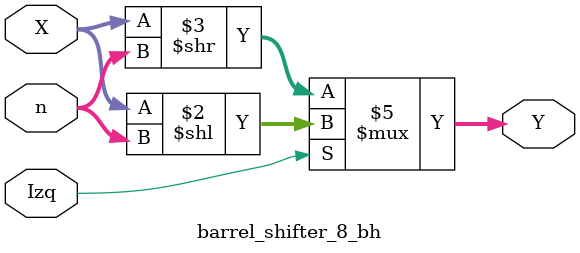
<source format=v>

`timescale 1ps / 1ps


//Un barrel shifter es una compuerta COMBINACIONAL (Hay otro shifters secuenciales)
//Desplaza la entrada a la izq o derecha una cantidad n de veces.

module barrel_shifter_8_bh (Y ,X ,Izq ,n);
	input [7:0]	X;
	input [2:0] n;
	input Izq; //Izq = 1 si shiftea a la izq. n es número de veces de desplazamiento
	
	output reg [7:0] Y;
	
	always @(*) begin
		if(Izq)
			Y = X << n;
		else
			Y = X >> n;
	end
endmodule

</source>
